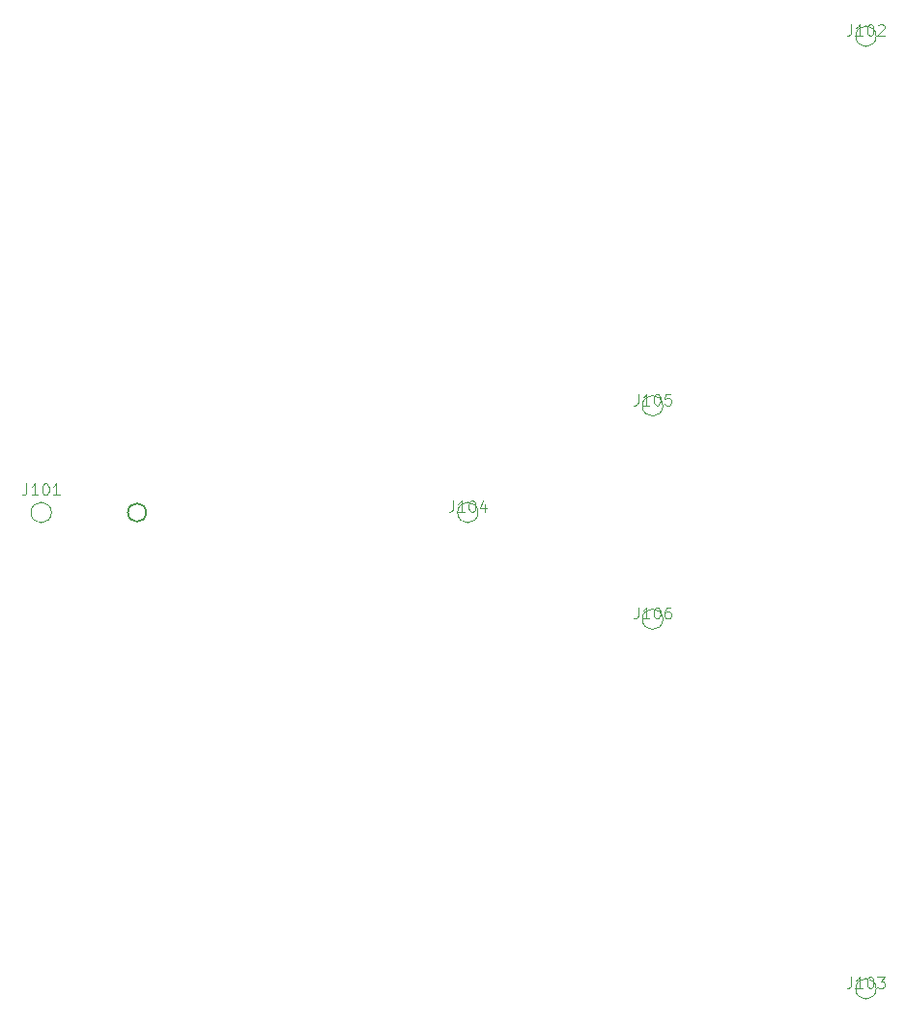
<source format=gbr>
%TF.GenerationSoftware,KiCad,Pcbnew,7.0.10*%
%TF.CreationDate,2024-03-15T10:59:13-04:00*%
%TF.ProjectId,new_base,6e65775f-6261-4736-952e-6b696361645f,rev?*%
%TF.SameCoordinates,Original*%
%TF.FileFunction,Legend,Top*%
%TF.FilePolarity,Positive*%
%FSLAX46Y46*%
G04 Gerber Fmt 4.6, Leading zero omitted, Abs format (unit mm)*
G04 Created by KiCad (PCBNEW 7.0.10) date 2024-03-15 10:59:13*
%MOMM*%
%LPD*%
G01*
G04 APERTURE LIST*
%ADD10C,0.150000*%
%ADD11C,0.100000*%
G04 APERTURE END LIST*
D10*
X11000000Y-50000000D02*
G75*
G03*
X9400000Y-50000000I-800000J0D01*
G01*
X9400000Y-50000000D02*
G75*
G03*
X11000000Y-50000000I800000J0D01*
G01*
D11*
X54114285Y-58310419D02*
X54114285Y-59024704D01*
X54114285Y-59024704D02*
X54066666Y-59167561D01*
X54066666Y-59167561D02*
X53971428Y-59262800D01*
X53971428Y-59262800D02*
X53828571Y-59310419D01*
X53828571Y-59310419D02*
X53733333Y-59310419D01*
X55114285Y-59310419D02*
X54542857Y-59310419D01*
X54828571Y-59310419D02*
X54828571Y-58310419D01*
X54828571Y-58310419D02*
X54733333Y-58453276D01*
X54733333Y-58453276D02*
X54638095Y-58548514D01*
X54638095Y-58548514D02*
X54542857Y-58596133D01*
X55733333Y-58310419D02*
X55828571Y-58310419D01*
X55828571Y-58310419D02*
X55923809Y-58358038D01*
X55923809Y-58358038D02*
X55971428Y-58405657D01*
X55971428Y-58405657D02*
X56019047Y-58500895D01*
X56019047Y-58500895D02*
X56066666Y-58691371D01*
X56066666Y-58691371D02*
X56066666Y-58929466D01*
X56066666Y-58929466D02*
X56019047Y-59119942D01*
X56019047Y-59119942D02*
X55971428Y-59215180D01*
X55971428Y-59215180D02*
X55923809Y-59262800D01*
X55923809Y-59262800D02*
X55828571Y-59310419D01*
X55828571Y-59310419D02*
X55733333Y-59310419D01*
X55733333Y-59310419D02*
X55638095Y-59262800D01*
X55638095Y-59262800D02*
X55590476Y-59215180D01*
X55590476Y-59215180D02*
X55542857Y-59119942D01*
X55542857Y-59119942D02*
X55495238Y-58929466D01*
X55495238Y-58929466D02*
X55495238Y-58691371D01*
X55495238Y-58691371D02*
X55542857Y-58500895D01*
X55542857Y-58500895D02*
X55590476Y-58405657D01*
X55590476Y-58405657D02*
X55638095Y-58358038D01*
X55638095Y-58358038D02*
X55733333Y-58310419D01*
X56923809Y-58310419D02*
X56733333Y-58310419D01*
X56733333Y-58310419D02*
X56638095Y-58358038D01*
X56638095Y-58358038D02*
X56590476Y-58405657D01*
X56590476Y-58405657D02*
X56495238Y-58548514D01*
X56495238Y-58548514D02*
X56447619Y-58738990D01*
X56447619Y-58738990D02*
X56447619Y-59119942D01*
X56447619Y-59119942D02*
X56495238Y-59215180D01*
X56495238Y-59215180D02*
X56542857Y-59262800D01*
X56542857Y-59262800D02*
X56638095Y-59310419D01*
X56638095Y-59310419D02*
X56828571Y-59310419D01*
X56828571Y-59310419D02*
X56923809Y-59262800D01*
X56923809Y-59262800D02*
X56971428Y-59215180D01*
X56971428Y-59215180D02*
X57019047Y-59119942D01*
X57019047Y-59119942D02*
X57019047Y-58881847D01*
X57019047Y-58881847D02*
X56971428Y-58786609D01*
X56971428Y-58786609D02*
X56923809Y-58738990D01*
X56923809Y-58738990D02*
X56828571Y-58691371D01*
X56828571Y-58691371D02*
X56638095Y-58691371D01*
X56638095Y-58691371D02*
X56542857Y-58738990D01*
X56542857Y-58738990D02*
X56495238Y-58786609D01*
X56495238Y-58786609D02*
X56447619Y-58881847D01*
X54114285Y-39604419D02*
X54114285Y-40318704D01*
X54114285Y-40318704D02*
X54066666Y-40461561D01*
X54066666Y-40461561D02*
X53971428Y-40556800D01*
X53971428Y-40556800D02*
X53828571Y-40604419D01*
X53828571Y-40604419D02*
X53733333Y-40604419D01*
X55114285Y-40604419D02*
X54542857Y-40604419D01*
X54828571Y-40604419D02*
X54828571Y-39604419D01*
X54828571Y-39604419D02*
X54733333Y-39747276D01*
X54733333Y-39747276D02*
X54638095Y-39842514D01*
X54638095Y-39842514D02*
X54542857Y-39890133D01*
X55733333Y-39604419D02*
X55828571Y-39604419D01*
X55828571Y-39604419D02*
X55923809Y-39652038D01*
X55923809Y-39652038D02*
X55971428Y-39699657D01*
X55971428Y-39699657D02*
X56019047Y-39794895D01*
X56019047Y-39794895D02*
X56066666Y-39985371D01*
X56066666Y-39985371D02*
X56066666Y-40223466D01*
X56066666Y-40223466D02*
X56019047Y-40413942D01*
X56019047Y-40413942D02*
X55971428Y-40509180D01*
X55971428Y-40509180D02*
X55923809Y-40556800D01*
X55923809Y-40556800D02*
X55828571Y-40604419D01*
X55828571Y-40604419D02*
X55733333Y-40604419D01*
X55733333Y-40604419D02*
X55638095Y-40556800D01*
X55638095Y-40556800D02*
X55590476Y-40509180D01*
X55590476Y-40509180D02*
X55542857Y-40413942D01*
X55542857Y-40413942D02*
X55495238Y-40223466D01*
X55495238Y-40223466D02*
X55495238Y-39985371D01*
X55495238Y-39985371D02*
X55542857Y-39794895D01*
X55542857Y-39794895D02*
X55590476Y-39699657D01*
X55590476Y-39699657D02*
X55638095Y-39652038D01*
X55638095Y-39652038D02*
X55733333Y-39604419D01*
X56971428Y-39604419D02*
X56495238Y-39604419D01*
X56495238Y-39604419D02*
X56447619Y-40080609D01*
X56447619Y-40080609D02*
X56495238Y-40032990D01*
X56495238Y-40032990D02*
X56590476Y-39985371D01*
X56590476Y-39985371D02*
X56828571Y-39985371D01*
X56828571Y-39985371D02*
X56923809Y-40032990D01*
X56923809Y-40032990D02*
X56971428Y-40080609D01*
X56971428Y-40080609D02*
X57019047Y-40175847D01*
X57019047Y-40175847D02*
X57019047Y-40413942D01*
X57019047Y-40413942D02*
X56971428Y-40509180D01*
X56971428Y-40509180D02*
X56923809Y-40556800D01*
X56923809Y-40556800D02*
X56828571Y-40604419D01*
X56828571Y-40604419D02*
X56590476Y-40604419D01*
X56590476Y-40604419D02*
X56495238Y-40556800D01*
X56495238Y-40556800D02*
X56447619Y-40509180D01*
X37914285Y-48957419D02*
X37914285Y-49671704D01*
X37914285Y-49671704D02*
X37866666Y-49814561D01*
X37866666Y-49814561D02*
X37771428Y-49909800D01*
X37771428Y-49909800D02*
X37628571Y-49957419D01*
X37628571Y-49957419D02*
X37533333Y-49957419D01*
X38914285Y-49957419D02*
X38342857Y-49957419D01*
X38628571Y-49957419D02*
X38628571Y-48957419D01*
X38628571Y-48957419D02*
X38533333Y-49100276D01*
X38533333Y-49100276D02*
X38438095Y-49195514D01*
X38438095Y-49195514D02*
X38342857Y-49243133D01*
X39533333Y-48957419D02*
X39628571Y-48957419D01*
X39628571Y-48957419D02*
X39723809Y-49005038D01*
X39723809Y-49005038D02*
X39771428Y-49052657D01*
X39771428Y-49052657D02*
X39819047Y-49147895D01*
X39819047Y-49147895D02*
X39866666Y-49338371D01*
X39866666Y-49338371D02*
X39866666Y-49576466D01*
X39866666Y-49576466D02*
X39819047Y-49766942D01*
X39819047Y-49766942D02*
X39771428Y-49862180D01*
X39771428Y-49862180D02*
X39723809Y-49909800D01*
X39723809Y-49909800D02*
X39628571Y-49957419D01*
X39628571Y-49957419D02*
X39533333Y-49957419D01*
X39533333Y-49957419D02*
X39438095Y-49909800D01*
X39438095Y-49909800D02*
X39390476Y-49862180D01*
X39390476Y-49862180D02*
X39342857Y-49766942D01*
X39342857Y-49766942D02*
X39295238Y-49576466D01*
X39295238Y-49576466D02*
X39295238Y-49338371D01*
X39295238Y-49338371D02*
X39342857Y-49147895D01*
X39342857Y-49147895D02*
X39390476Y-49052657D01*
X39390476Y-49052657D02*
X39438095Y-49005038D01*
X39438095Y-49005038D02*
X39533333Y-48957419D01*
X40723809Y-49290752D02*
X40723809Y-49957419D01*
X40485714Y-48909800D02*
X40247619Y-49624085D01*
X40247619Y-49624085D02*
X40866666Y-49624085D01*
X72814285Y-7215419D02*
X72814285Y-7929704D01*
X72814285Y-7929704D02*
X72766666Y-8072561D01*
X72766666Y-8072561D02*
X72671428Y-8167800D01*
X72671428Y-8167800D02*
X72528571Y-8215419D01*
X72528571Y-8215419D02*
X72433333Y-8215419D01*
X73814285Y-8215419D02*
X73242857Y-8215419D01*
X73528571Y-8215419D02*
X73528571Y-7215419D01*
X73528571Y-7215419D02*
X73433333Y-7358276D01*
X73433333Y-7358276D02*
X73338095Y-7453514D01*
X73338095Y-7453514D02*
X73242857Y-7501133D01*
X74433333Y-7215419D02*
X74528571Y-7215419D01*
X74528571Y-7215419D02*
X74623809Y-7263038D01*
X74623809Y-7263038D02*
X74671428Y-7310657D01*
X74671428Y-7310657D02*
X74719047Y-7405895D01*
X74719047Y-7405895D02*
X74766666Y-7596371D01*
X74766666Y-7596371D02*
X74766666Y-7834466D01*
X74766666Y-7834466D02*
X74719047Y-8024942D01*
X74719047Y-8024942D02*
X74671428Y-8120180D01*
X74671428Y-8120180D02*
X74623809Y-8167800D01*
X74623809Y-8167800D02*
X74528571Y-8215419D01*
X74528571Y-8215419D02*
X74433333Y-8215419D01*
X74433333Y-8215419D02*
X74338095Y-8167800D01*
X74338095Y-8167800D02*
X74290476Y-8120180D01*
X74290476Y-8120180D02*
X74242857Y-8024942D01*
X74242857Y-8024942D02*
X74195238Y-7834466D01*
X74195238Y-7834466D02*
X74195238Y-7596371D01*
X74195238Y-7596371D02*
X74242857Y-7405895D01*
X74242857Y-7405895D02*
X74290476Y-7310657D01*
X74290476Y-7310657D02*
X74338095Y-7263038D01*
X74338095Y-7263038D02*
X74433333Y-7215419D01*
X75147619Y-7310657D02*
X75195238Y-7263038D01*
X75195238Y-7263038D02*
X75290476Y-7215419D01*
X75290476Y-7215419D02*
X75528571Y-7215419D01*
X75528571Y-7215419D02*
X75623809Y-7263038D01*
X75623809Y-7263038D02*
X75671428Y-7310657D01*
X75671428Y-7310657D02*
X75719047Y-7405895D01*
X75719047Y-7405895D02*
X75719047Y-7501133D01*
X75719047Y-7501133D02*
X75671428Y-7643990D01*
X75671428Y-7643990D02*
X75100000Y-8215419D01*
X75100000Y-8215419D02*
X75719047Y-8215419D01*
X72814285Y-90699419D02*
X72814285Y-91413704D01*
X72814285Y-91413704D02*
X72766666Y-91556561D01*
X72766666Y-91556561D02*
X72671428Y-91651800D01*
X72671428Y-91651800D02*
X72528571Y-91699419D01*
X72528571Y-91699419D02*
X72433333Y-91699419D01*
X73814285Y-91699419D02*
X73242857Y-91699419D01*
X73528571Y-91699419D02*
X73528571Y-90699419D01*
X73528571Y-90699419D02*
X73433333Y-90842276D01*
X73433333Y-90842276D02*
X73338095Y-90937514D01*
X73338095Y-90937514D02*
X73242857Y-90985133D01*
X74433333Y-90699419D02*
X74528571Y-90699419D01*
X74528571Y-90699419D02*
X74623809Y-90747038D01*
X74623809Y-90747038D02*
X74671428Y-90794657D01*
X74671428Y-90794657D02*
X74719047Y-90889895D01*
X74719047Y-90889895D02*
X74766666Y-91080371D01*
X74766666Y-91080371D02*
X74766666Y-91318466D01*
X74766666Y-91318466D02*
X74719047Y-91508942D01*
X74719047Y-91508942D02*
X74671428Y-91604180D01*
X74671428Y-91604180D02*
X74623809Y-91651800D01*
X74623809Y-91651800D02*
X74528571Y-91699419D01*
X74528571Y-91699419D02*
X74433333Y-91699419D01*
X74433333Y-91699419D02*
X74338095Y-91651800D01*
X74338095Y-91651800D02*
X74290476Y-91604180D01*
X74290476Y-91604180D02*
X74242857Y-91508942D01*
X74242857Y-91508942D02*
X74195238Y-91318466D01*
X74195238Y-91318466D02*
X74195238Y-91080371D01*
X74195238Y-91080371D02*
X74242857Y-90889895D01*
X74242857Y-90889895D02*
X74290476Y-90794657D01*
X74290476Y-90794657D02*
X74338095Y-90747038D01*
X74338095Y-90747038D02*
X74433333Y-90699419D01*
X75100000Y-90699419D02*
X75719047Y-90699419D01*
X75719047Y-90699419D02*
X75385714Y-91080371D01*
X75385714Y-91080371D02*
X75528571Y-91080371D01*
X75528571Y-91080371D02*
X75623809Y-91127990D01*
X75623809Y-91127990D02*
X75671428Y-91175609D01*
X75671428Y-91175609D02*
X75719047Y-91270847D01*
X75719047Y-91270847D02*
X75719047Y-91508942D01*
X75719047Y-91508942D02*
X75671428Y-91604180D01*
X75671428Y-91604180D02*
X75623809Y-91651800D01*
X75623809Y-91651800D02*
X75528571Y-91699419D01*
X75528571Y-91699419D02*
X75242857Y-91699419D01*
X75242857Y-91699419D02*
X75147619Y-91651800D01*
X75147619Y-91651800D02*
X75100000Y-91604180D01*
X514285Y-47457419D02*
X514285Y-48171704D01*
X514285Y-48171704D02*
X466666Y-48314561D01*
X466666Y-48314561D02*
X371428Y-48409800D01*
X371428Y-48409800D02*
X228571Y-48457419D01*
X228571Y-48457419D02*
X133333Y-48457419D01*
X1514285Y-48457419D02*
X942857Y-48457419D01*
X1228571Y-48457419D02*
X1228571Y-47457419D01*
X1228571Y-47457419D02*
X1133333Y-47600276D01*
X1133333Y-47600276D02*
X1038095Y-47695514D01*
X1038095Y-47695514D02*
X942857Y-47743133D01*
X2133333Y-47457419D02*
X2228571Y-47457419D01*
X2228571Y-47457419D02*
X2323809Y-47505038D01*
X2323809Y-47505038D02*
X2371428Y-47552657D01*
X2371428Y-47552657D02*
X2419047Y-47647895D01*
X2419047Y-47647895D02*
X2466666Y-47838371D01*
X2466666Y-47838371D02*
X2466666Y-48076466D01*
X2466666Y-48076466D02*
X2419047Y-48266942D01*
X2419047Y-48266942D02*
X2371428Y-48362180D01*
X2371428Y-48362180D02*
X2323809Y-48409800D01*
X2323809Y-48409800D02*
X2228571Y-48457419D01*
X2228571Y-48457419D02*
X2133333Y-48457419D01*
X2133333Y-48457419D02*
X2038095Y-48409800D01*
X2038095Y-48409800D02*
X1990476Y-48362180D01*
X1990476Y-48362180D02*
X1942857Y-48266942D01*
X1942857Y-48266942D02*
X1895238Y-48076466D01*
X1895238Y-48076466D02*
X1895238Y-47838371D01*
X1895238Y-47838371D02*
X1942857Y-47647895D01*
X1942857Y-47647895D02*
X1990476Y-47552657D01*
X1990476Y-47552657D02*
X2038095Y-47505038D01*
X2038095Y-47505038D02*
X2133333Y-47457419D01*
X3419047Y-48457419D02*
X2847619Y-48457419D01*
X3133333Y-48457419D02*
X3133333Y-47457419D01*
X3133333Y-47457419D02*
X3038095Y-47600276D01*
X3038095Y-47600276D02*
X2942857Y-47695514D01*
X2942857Y-47695514D02*
X2847619Y-47743133D01*
%TO.C,J106*%
X56298026Y-59353000D02*
G75*
G03*
X54501974Y-59353000I-898026J0D01*
G01*
X54501974Y-59353000D02*
G75*
G03*
X56298026Y-59353000I898026J0D01*
G01*
%TO.C,J105*%
X56298026Y-40647000D02*
G75*
G03*
X54501974Y-40647000I-898026J0D01*
G01*
X54501974Y-40647000D02*
G75*
G03*
X56298026Y-40647000I898026J0D01*
G01*
%TO.C,J104*%
X40098026Y-50000000D02*
G75*
G03*
X38301974Y-50000000I-898026J0D01*
G01*
X38301974Y-50000000D02*
G75*
G03*
X40098026Y-50000000I898026J0D01*
G01*
%TO.C,J102*%
X74998026Y-8258000D02*
G75*
G03*
X73201974Y-8258000I-898026J0D01*
G01*
X73201974Y-8258000D02*
G75*
G03*
X74998026Y-8258000I898026J0D01*
G01*
%TO.C,J103*%
X74998026Y-91742000D02*
G75*
G03*
X73201974Y-91742000I-898026J0D01*
G01*
X73201974Y-91742000D02*
G75*
G03*
X74998026Y-91742000I898026J0D01*
G01*
%TO.C,J101*%
X2698026Y-50000000D02*
G75*
G03*
X901974Y-50000000I-898026J0D01*
G01*
X901974Y-50000000D02*
G75*
G03*
X2698026Y-50000000I898026J0D01*
G01*
%TD*%
M02*

</source>
